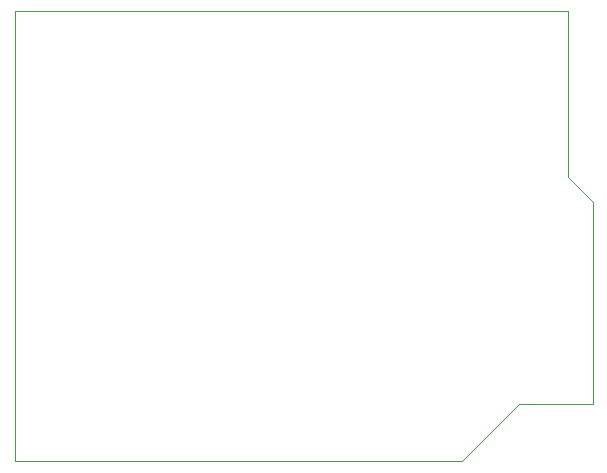
<source format=gbr>
G04 #@! TF.GenerationSoftware,KiCad,Pcbnew,(5.1.5)-3*
G04 #@! TF.CreationDate,2020-06-09T16:26:15+03:00*
G04 #@! TF.ProjectId,Arduino_Uno_R4,41726475-696e-46f5-9f55-6e6f5f52342e,rev?*
G04 #@! TF.SameCoordinates,Original*
G04 #@! TF.FileFunction,Profile,NP*
%FSLAX46Y46*%
G04 Gerber Fmt 4.6, Leading zero omitted, Abs format (unit mm)*
G04 Created by KiCad (PCBNEW (5.1.5)-3) date 2020-06-09 16:26:15*
%MOMM*%
%LPD*%
G04 APERTURE LIST*
%ADD10C,0.050000*%
G04 APERTURE END LIST*
D10*
X94843600Y-72440800D02*
X94843600Y-58445400D01*
X96977200Y-74574400D02*
X94843600Y-72440800D01*
X90754200Y-91719400D02*
X96977200Y-91719400D01*
X85928200Y-96545400D02*
X90754200Y-91719400D01*
X48031400Y-96545400D02*
X48031400Y-96469200D01*
X85928200Y-96545400D02*
X48031400Y-96545400D01*
X96977200Y-74574400D02*
X96977200Y-91719400D01*
X48031400Y-58445400D02*
X94843600Y-58445400D01*
X48031400Y-96469200D02*
X48031400Y-58445400D01*
M02*

</source>
